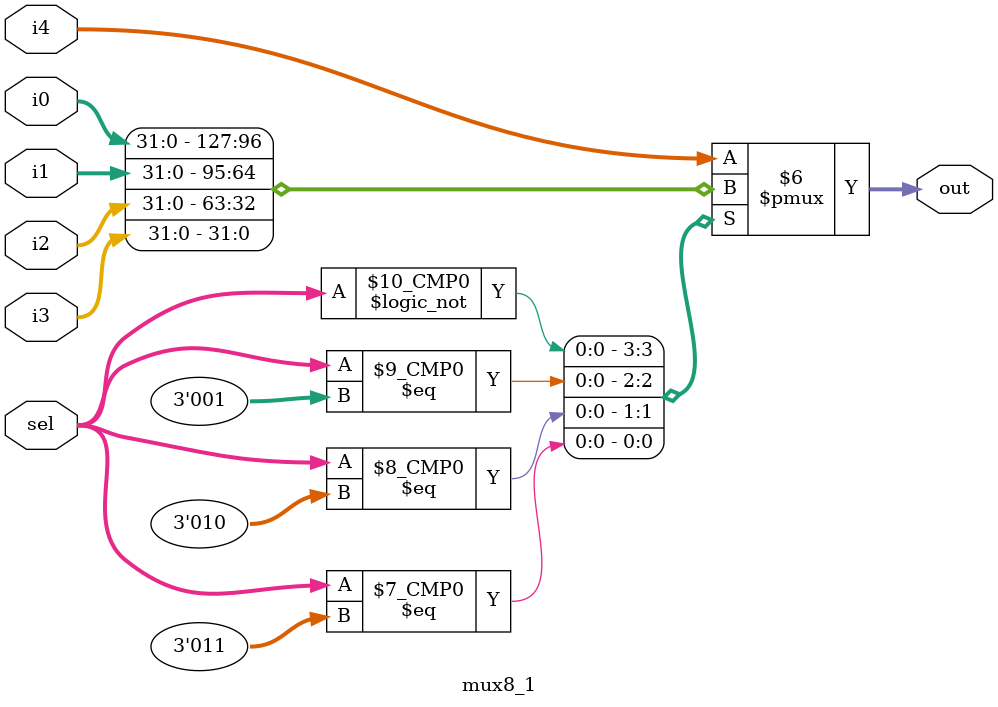
<source format=v>


`timescale 1ns/10ps

module mux8_1 (
    i0,
    i1,
    i2,
    i3,
    i4,
    out,
    sel
);


input [31:0] i0;
input [31:0] i1;
input [31:0] i2;
input [31:0] i3;
input [31:0] i4;
output [31:0] out;
reg [31:0] out;
input [2:0] sel;




always @(sel, i1, i2, i4, i3, i0) begin: MUX8_1_MUX
    case (sel)
        'h0: begin
            out = i0;
        end
        'h1: begin
            out = i1;
        end
        'h2: begin
            out = i2;
        end
        'h3: begin
            out = i3;
        end
        'h4: begin
            out = i4;
        end
        'h5: begin
            out = i4;
        end
        'h6: begin
            out = i4;
        end
        default: begin
            out = i4;
        end
    endcase
end

endmodule

</source>
